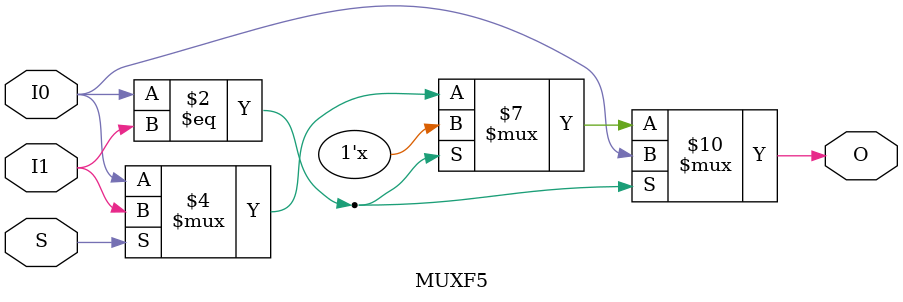
<source format=v>

`timescale  100 ps / 10 ps

module MUXF5 (O, I0, I1, S);

    output O;
    reg    O;

    input  I0, I1, S;

	always @(I0 or I1 or S)
            if (I0 == I1)
               O = I0;
	    else if (S)
		O = I1;
	    else
		O = I0;
endmodule


</source>
